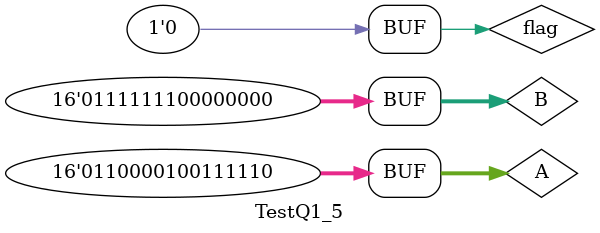
<source format=v>
module TestQ1_5;
reg [0:15] A;
reg [0:15] B;
reg flag;
wire signed [0:15] result;
wire carry;
AddSub16bit as(A,B,flag,carry,result);
initial begin
	A=1200;
	B=5103;
	flag=1'b1;
	$monitor("A=%d , B=%d , flag=%b -- result=%d , carry/sign=%b",A,B,flag,result,carry);
	#20
	flag=1'b0;
	$monitor("A=%d , B=%d , flag=%b -- result=%d , carry/sign=%b",A,B,flag,result,carry);
	#20
	A=3251;
	B=2489;
	flag=1'b1;
	$monitor("A=%d , B=%d , flag=%b -- result=%d , carry/sign=%b",A,B,flag,result,carry);	
	#20
	flag=1'b0;
	$monitor("A=%d , B=%d , flag=%b -- result=%d , carry/sign=%b",A,B,flag,result,carry);



	#20
	A=32512;
	B=24894;
	flag=1'b1;
	$monitor("A=%d , B=%d , flag=%b -- result=%d , carry/sign=%b",A,B,flag,result,carry);	
	#20
	flag=1'b0;
	$monitor("A=%d , B=%d , flag=%b -- result=%d , carry/sign=%b",A,B,flag,result,carry);
	#20
	B=32512;
	A=24894;
	flag=1'b1;
	$monitor("A=%d , B=%d , flag=%b -- result=%d , carry/sign=%b",A,B,flag,result,carry);	
	#20
	flag=1'b0;
	$monitor("A=%d , B=%d , flag=%b -- result=%d , carry/sign=%b",A,B,flag,result,carry);
end


endmodule
</source>
